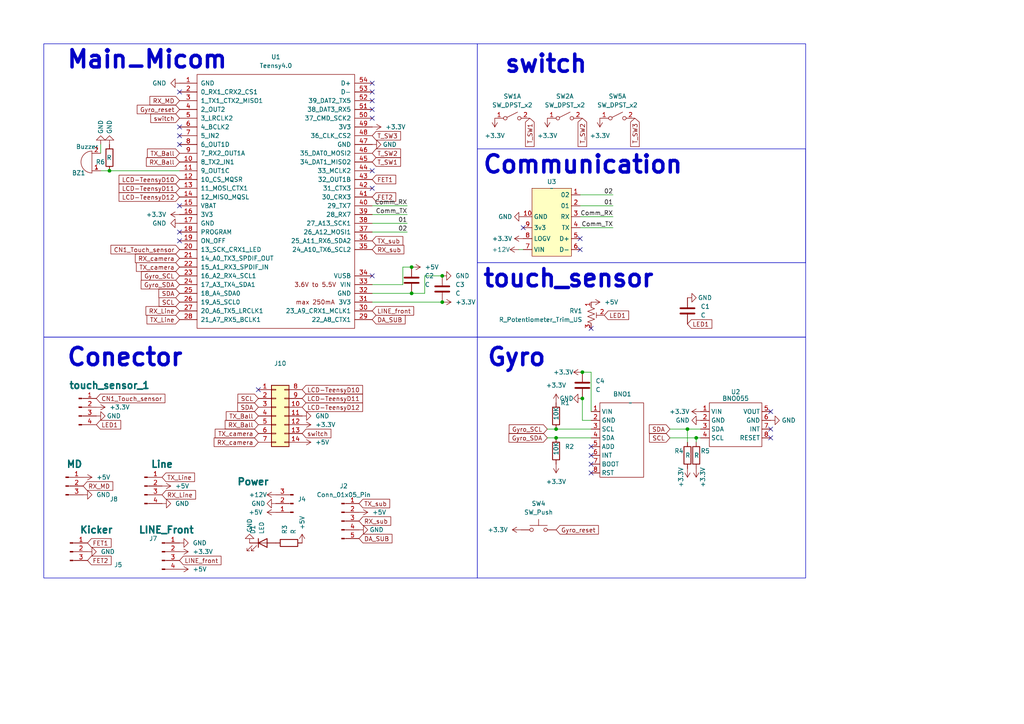
<source format=kicad_sch>
(kicad_sch (version 20230121) (generator eeschema)
  (paper "A4")
  (lib_symbols
    (symbol "BNO055 new:BNO055"
      (property "Reference" "U" (at 0 0 0))
      (property "Value" "BNO055" (at 0 2.54 0))
      (symbol "BNO055_0_1"
        (rectangle (start -7.62 -2.54) (end 7.62 -15.24))
      )
      (symbol "BNO055_1_1"
        (pin input line (at -10.16 -5.08 0) (length 2.54) (name "VIN") (number "1"))
        (pin input line (at -10.16 -7.62 0) (length 2.54) (name "GND") (number "2"))
        (pin input line (at -10.16 -10.16 0) (length 2.54) (name "SDA") (number "3"))
        (pin input line (at -10.16 -12.7 0) (length 2.54) (name "SCL") (number "4"))
        (pin input line (at 10.16 -5.08 180) (length 2.54) (name "VOUT") (number "5"))
        (pin input line (at 10.16 -7.62 180) (length 2.54) (name "GND") (number "6"))
        (pin input line (at 10.16 -10.16 180) (length 2.54) (name "INT") (number "7"))
        (pin input line (at 10.16 -12.7 180) (length 2.54) (name "RESET") (number "8"))
      )
    )
    (symbol "BNO055:BNO055"
      (property "Reference" "BNO055" (at -5.08 2.54 0))
      (symbol "BNO055_0_1"
        (rectangle (start -8.89 0) (end 3.81 -21.59))
      )
      (symbol "BNO055_1_1"
        (pin output line (at -11.43 -2.54 0) (length 2.54) (name "VIN") (number "1"))
        (pin output line (at -11.43 -5.08 0) (length 2.54) (name "GND") (number "2"))
        (pin output line (at -11.43 -7.62 0) (length 2.54) (name "SCL") (number "3"))
        (pin output line (at -11.43 -10.16 0) (length 2.54) (name "SDA") (number "4"))
        (pin output line (at -11.43 -12.7 0) (length 2.54) (name "ADD") (number "5"))
        (pin output line (at -11.43 -15.24 0) (length 2.54) (name "INT") (number "6"))
        (pin output line (at -11.43 -17.78 0) (length 2.54) (name "BOOT") (number "7"))
        (pin output line (at -11.43 -20.32 0) (length 2.54) (name "RST") (number "8"))
      )
    )
    (symbol "Connector:Conn_01x03_Pin" (pin_names (offset 1.016) hide)
      (property "Reference" "J" (at 0 5.08 0))
      (property "Value" "Conn_01x03_Pin" (at 0 -5.08 0))
      (symbol "Conn_01x03_Pin_1_1"
        (polyline (pts (xy 1.27 -2.54) (xy 0.8636 -2.54)) (stroke (width 0.1524)))
        (polyline (pts (xy 1.27 0) (xy 0.8636 0)) (stroke (width 0.1524)))
        (polyline (pts (xy 1.27 2.54) (xy 0.8636 2.54)) (stroke (width 0.1524)))
        (rectangle (start 0.8636 -2.413) (end 0 -2.667) (stroke (width 0.1524)) (fill (type outline)))
        (rectangle (start 0.8636 0.127) (end 0 -0.127) (stroke (width 0.1524)) (fill (type outline)))
        (rectangle (start 0.8636 2.667) (end 0 2.413) (stroke (width 0.1524)) (fill (type outline)))
        (pin passive line (at 5.08 2.54 180) (length 3.81) (name "Pin_1") (number "1"))
        (pin passive line (at 5.08 0 180) (length 3.81) (name "Pin_2") (number "2"))
        (pin passive line (at 5.08 -2.54 180) (length 3.81) (name "Pin_3") (number "3"))
      )
    )
    (symbol "Connector:Conn_01x04_Pin" (pin_names (offset 1.016) hide)
      (property "Reference" "J" (at 0 5.08 0))
      (property "Value" "Conn_01x04_Pin" (at 0 -7.62 0))
      (symbol "Conn_01x04_Pin_1_1"
        (polyline (pts (xy 1.27 -5.08) (xy 0.8636 -5.08)) (stroke (width 0.1524)))
        (polyline (pts (xy 1.27 -2.54) (xy 0.8636 -2.54)) (stroke (width 0.1524)))
        (polyline (pts (xy 1.27 0) (xy 0.8636 0)) (stroke (width 0.1524)))
        (polyline (pts (xy 1.27 2.54) (xy 0.8636 2.54)) (stroke (width 0.1524)))
        (rectangle (start 0.8636 -4.953) (end 0 -5.207) (stroke (width 0.1524)) (fill (type outline)))
        (rectangle (start 0.8636 -2.413) (end 0 -2.667) (stroke (width 0.1524)) (fill (type outline)))
        (rectangle (start 0.8636 0.127) (end 0 -0.127) (stroke (width 0.1524)) (fill (type outline)))
        (rectangle (start 0.8636 2.667) (end 0 2.413) (stroke (width 0.1524)) (fill (type outline)))
        (pin passive line (at 5.08 2.54 180) (length 3.81) (name "Pin_1") (number "1"))
        (pin passive line (at 5.08 0 180) (length 3.81) (name "Pin_2") (number "2"))
        (pin passive line (at 5.08 -2.54 180) (length 3.81) (name "Pin_3") (number "3"))
        (pin passive line (at 5.08 -5.08 180) (length 3.81) (name "Pin_4") (number "4"))
      )
    )
    (symbol "Connector:Conn_01x05_Pin" (pin_names (offset 1.016) hide)
      (property "Reference" "J" (at 0 7.62 0))
      (property "Value" "Conn_01x05_Pin" (at 0 -7.62 0))
      (symbol "Conn_01x05_Pin_1_1"
        (polyline (pts (xy 1.27 -5.08) (xy 0.8636 -5.08)) (stroke (width 0.1524)))
        (polyline (pts (xy 1.27 -2.54) (xy 0.8636 -2.54)) (stroke (width 0.1524)))
        (polyline (pts (xy 1.27 0) (xy 0.8636 0)) (stroke (width 0.1524)))
        (polyline (pts (xy 1.27 2.54) (xy 0.8636 2.54)) (stroke (width 0.1524)))
        (polyline (pts (xy 1.27 5.08) (xy 0.8636 5.08)) (stroke (width 0.1524)))
        (rectangle (start 0.8636 -4.953) (end 0 -5.207) (stroke (width 0.1524)) (fill (type outline)))
        (rectangle (start 0.8636 -2.413) (end 0 -2.667) (stroke (width 0.1524)) (fill (type outline)))
        (rectangle (start 0.8636 0.127) (end 0 -0.127) (stroke (width 0.1524)) (fill (type outline)))
        (rectangle (start 0.8636 2.667) (end 0 2.413) (stroke (width 0.1524)) (fill (type outline)))
        (rectangle (start 0.8636 5.207) (end 0 4.953) (stroke (width 0.1524)) (fill (type outline)))
        (pin passive line (at 5.08 5.08 180) (length 3.81) (name "Pin_1") (number "1"))
        (pin passive line (at 5.08 2.54 180) (length 3.81) (name "Pin_2") (number "2"))
        (pin passive line (at 5.08 0 180) (length 3.81) (name "Pin_3") (number "3"))
        (pin passive line (at 5.08 -2.54 180) (length 3.81) (name "Pin_4") (number "4"))
        (pin passive line (at 5.08 -5.08 180) (length 3.81) (name "Pin_5") (number "5"))
      )
    )
    (symbol "Connector_Generic:Conn_02x07_Top_Bottom" (pin_names (offset 1.016) hide)
      (property "Reference" "J" (at 1.27 10.16 0))
      (property "Value" "Conn_02x07_Top_Bottom" (at 1.27 -10.16 0))
      (symbol "Conn_02x07_Top_Bottom_1_1"
        (rectangle (start -1.27 -7.493) (end 0 -7.747) (stroke (width 0.1524)))
        (rectangle (start -1.27 -4.953) (end 0 -5.207) (stroke (width 0.1524)))
        (rectangle (start -1.27 -2.413) (end 0 -2.667) (stroke (width 0.1524)))
        (rectangle (start -1.27 0.127) (end 0 -0.127) (stroke (width 0.1524)))
        (rectangle (start -1.27 2.667) (end 0 2.413) (stroke (width 0.1524)))
        (rectangle (start -1.27 5.207) (end 0 4.953) (stroke (width 0.1524)))
        (rectangle (start -1.27 7.747) (end 0 7.493) (stroke (width 0.1524)))
        (rectangle (start -1.27 8.89) (end 3.81 -8.89) (stroke (width 0.254)) (fill (type background)))
        (rectangle (start 3.81 -7.493) (end 2.54 -7.747) (stroke (width 0.1524)))
        (rectangle (start 3.81 -4.953) (end 2.54 -5.207) (stroke (width 0.1524)))
        (rectangle (start 3.81 -2.413) (end 2.54 -2.667) (stroke (width 0.1524)))
        (rectangle (start 3.81 0.127) (end 2.54 -0.127) (stroke (width 0.1524)))
        (rectangle (start 3.81 2.667) (end 2.54 2.413) (stroke (width 0.1524)))
        (rectangle (start 3.81 5.207) (end 2.54 4.953) (stroke (width 0.1524)))
        (rectangle (start 3.81 7.747) (end 2.54 7.493) (stroke (width 0.1524)))
        (pin passive line (at -5.08 7.62 0) (length 3.81) (name "Pin_1") (number "1"))
        (pin passive line (at 7.62 2.54 180) (length 3.81) (name "Pin_10") (number "10"))
        (pin passive line (at 7.62 0 180) (length 3.81) (name "Pin_11") (number "11"))
        (pin passive line (at 7.62 -2.54 180) (length 3.81) (name "Pin_12") (number "12"))
        (pin passive line (at 7.62 -5.08 180) (length 3.81) (name "Pin_13") (number "13"))
        (pin passive line (at 7.62 -7.62 180) (length 3.81) (name "Pin_14") (number "14"))
        (pin passive line (at -5.08 5.08 0) (length 3.81) (name "Pin_2") (number "2"))
        (pin passive line (at -5.08 2.54 0) (length 3.81) (name "Pin_3") (number "3"))
        (pin passive line (at -5.08 0 0) (length 3.81) (name "Pin_4") (number "4"))
        (pin passive line (at -5.08 -2.54 0) (length 3.81) (name "Pin_5") (number "5"))
        (pin passive line (at -5.08 -5.08 0) (length 3.81) (name "Pin_6") (number "6"))
        (pin passive line (at -5.08 -7.62 0) (length 3.81) (name "Pin_7") (number "7"))
        (pin passive line (at 7.62 7.62 180) (length 3.81) (name "Pin_8") (number "8"))
        (pin passive line (at 7.62 5.08 180) (length 3.81) (name "Pin_9") (number "9"))
      )
    )
    (symbol "Device:Buzzer" (pin_names (offset 0.0254) hide)
      (property "Reference" "BZ" (at 3.81 1.27 0))
      (property "Value" "Buzzer" (at 3.81 -1.27 0))
      (symbol "Buzzer_0_1"
        (arc (start 0 -3.175) (mid 3.1612 0) (end 0 3.175))
        (polyline (pts (xy -1.651 1.905) (xy -1.143 1.905)))
        (polyline (pts (xy -1.397 2.159) (xy -1.397 1.651)))
        (polyline (pts (xy 0 3.175) (xy 0 -3.175)))
      )
      (symbol "Buzzer_1_1"
        (pin passive line (at -2.54 2.54 0) (length 2.54) (name "-") (number "1"))
        (pin passive line (at -2.54 -2.54 0) (length 2.54) (name "+") (number "2"))
      )
    )
    (symbol "Device:C" (pin_numbers hide) (pin_names (offset 0.254))
      (property "Reference" "C" (at 0.635 2.54 0))
      (property "Value" "C" (at 0.635 -2.54 0))
      (symbol "C_0_1"
        (polyline (pts (xy -2.032 -0.762) (xy 2.032 -0.762)) (stroke (width 0.508)))
        (polyline (pts (xy -2.032 0.762) (xy 2.032 0.762)) (stroke (width 0.508)))
      )
      (symbol "C_1_1"
        (pin passive line (at 0 3.81 270) (length 2.794) (name "~") (number "1"))
        (pin passive line (at 0 -3.81 90) (length 2.794) (name "~") (number "2"))
      )
    )
    (symbol "Device:LED" (pin_numbers hide) (pin_names (offset 1.016) hide)
      (property "Reference" "D" (at 0 2.54 0))
      (property "Value" "LED" (at 0 -2.54 0))
      (symbol "LED_0_1"
        (polyline (pts (xy -1.27 -1.27) (xy -1.27 1.27)) (stroke (width 0.254)))
        (polyline (pts (xy -1.27 0) (xy 1.27 0)))
        (polyline (pts (xy 1.27 -1.27) (xy 1.27 1.27) (xy -1.27 0) (xy 1.27 -1.27)) (stroke (width 0.254)))
        (polyline (pts (xy -3.048 -0.762) (xy -4.572 -2.286) (xy -3.81 -2.286) (xy -4.572 -2.286) (xy -4.572 -1.524)))
        (polyline (pts (xy -1.778 -0.762) (xy -3.302 -2.286) (xy -2.54 -2.286) (xy -3.302 -2.286) (xy -3.302 -1.524)))
      )
      (symbol "LED_1_1"
        (pin passive line (at -3.81 0 0) (length 2.54) (name "K") (number "1"))
        (pin passive line (at 3.81 0 180) (length 2.54) (name "A") (number "2"))
      )
    )
    (symbol "Device:R" (pin_numbers hide) (pin_names (offset 0))
      (property "Reference" "R" (at 2.032 0 90))
      (property "Value" "R" (at 0 0 90))
      (symbol "R_0_1"
        (rectangle (start -1.016 -2.54) (end 1.016 2.54) (stroke (width 0.254)))
      )
      (symbol "R_1_1"
        (pin passive line (at 0 3.81 270) (length 1.27) (name "~") (number "1"))
        (pin passive line (at 0 -3.81 90) (length 1.27) (name "~") (number "2"))
      )
    )
    (symbol "Device:R_Potentiometer_Trim_US" (pin_names (offset 1.016) hide)
      (property "Reference" "RV" (at -4.445 0 90))
      (property "Value" "R_Potentiometer_Trim_US" (at -2.54 0 90))
      (symbol "R_Potentiometer_Trim_US_0_1"
        (polyline (pts (xy 0 -2.286) (xy 0 -2.54)))
        (polyline (pts (xy 0 2.286) (xy 0 2.54)))
        (polyline (pts (xy 1.524 0.762) (xy 1.524 -0.762)))
        (polyline (pts (xy 2.54 0) (xy 1.524 0)))
        (polyline (pts (xy 0 -0.762) (xy 1.016 -1.143) (xy 0 -1.524) (xy -1.016 -1.905) (xy 0 -2.286)))
        (polyline (pts (xy 0 0.762) (xy 1.016 0.381) (xy 0 0) (xy -1.016 -0.381) (xy 0 -0.762)))
        (polyline (pts (xy 0 2.286) (xy 1.016 1.905) (xy 0 1.524) (xy -1.016 1.143) (xy 0 0.762)))
      )
      (symbol "R_Potentiometer_Trim_US_1_1"
        (pin passive line (at 0 3.81 270) (length 1.27) (name "1") (number "1"))
        (pin passive line (at 3.81 0 180) (length 1.27) (name "2") (number "2"))
        (pin passive line (at 0 -3.81 90) (length 1.27) (name "3") (number "3"))
      )
    )
    (symbol "Soccer_Communication:comm_module"
      (property "Reference" "U" (at 0 1.27 0))
      (symbol "comm_module_1_1"
        (rectangle (start -5.715 0) (end 5.715 -19.685) (fill (type background)))
        (pin input line (at 8.255 -1.905 180) (length 2.54) (name "02") (number "1"))
        (pin input line (at -8.255 -8.255 0) (length 2.54) (name "GND") (number "10"))
        (pin input line (at 8.255 -5.08 180) (length 2.54) (name "01") (number "2"))
        (pin input line (at 8.255 -8.255 180) (length 2.54) (name "RX") (number "3"))
        (pin input line (at 8.255 -11.43 180) (length 2.54) (name "TX") (number "4"))
        (pin input line (at 8.255 -14.605 180) (length 2.54) (name "D+") (number "5"))
        (pin input line (at 8.255 -17.78 180) (length 2.54) (name "D-") (number "6"))
        (pin input line (at -8.255 -17.78 0) (length 2.54) (name "VIN") (number "7"))
        (pin input line (at -8.255 -14.605 0) (length 2.54) (name "LOGV") (number "8"))
        (pin input line (at -8.255 -11.43 0) (length 2.54) (name "3v3") (number "9"))
      )
    )
    (symbol "Switch:SW_DPST_x2" (pin_names (offset 0) hide)
      (property "Reference" "SW" (at 0 3.175 0))
      (property "Value" "SW_DPST_x2" (at 0 -2.54 0))
      (symbol "SW_DPST_x2_0_0"
        (circle (center -2.032 0) (radius 0.508))
        (polyline (pts (xy -1.524 0.254) (xy 1.524 1.778)))
        (circle (center 2.032 0) (radius 0.508))
      )
      (symbol "SW_DPST_x2_1_1"
        (pin passive line (at -5.08 0 0) (length 2.54) (name "A") (number "1"))
        (pin passive line (at 5.08 0 180) (length 2.54) (name "B") (number "2"))
      )
      (symbol "SW_DPST_x2_2_1"
        (pin passive line (at -5.08 0 0) (length 2.54) (name "A") (number "3"))
        (pin passive line (at 5.08 0 180) (length 2.54) (name "B") (number "4"))
      )
    )
    (symbol "Switch:SW_Push" (pin_numbers hide) (pin_names (offset 1.016) hide)
      (property "Reference" "SW" (at 1.27 2.54 0))
      (property "Value" "SW_Push" (at 0 -1.524 0))
      (symbol "SW_Push_0_1"
        (circle (center -2.032 0) (radius 0.508))
        (polyline (pts (xy 0 1.27) (xy 0 3.048)))
        (polyline (pts (xy 2.54 1.27) (xy -2.54 1.27)))
        (circle (center 2.032 0) (radius 0.508))
        (pin passive line (at -5.08 0 0) (length 2.54) (name "1") (number "1"))
        (pin passive line (at 5.08 0 180) (length 2.54) (name "2") (number "2"))
      )
    )
    (symbol "power:+12V" (power) (pin_names (offset 0))
      (property "Value" "+12V" (at 0 3.556 0))
      (symbol "+12V_0_1"
        (polyline (pts (xy -0.762 1.27) (xy 0 2.54)))
        (polyline (pts (xy 0 0) (xy 0 2.54)))
        (polyline (pts (xy 0 2.54) (xy 0.762 1.27)))
      )
      (symbol "+12V_1_1"
        (pin power_in line (at 0 0 90) (length 0) hide (name "+12V") (number "1"))
      )
    )
    (symbol "power:+3.3V" (power) (pin_names (offset 0))
      (property "Value" "+3.3V" (at 0 3.556 0))
      (symbol "+3.3V_0_1"
        (polyline (pts (xy -0.762 1.27) (xy 0 2.54)))
        (polyline (pts (xy 0 0) (xy 0 2.54)))
        (polyline (pts (xy 0 2.54) (xy 0.762 1.27)))
      )
      (symbol "+3.3V_1_1"
        (pin power_in line (at 0 0 90) (length 0) hide (name "+3.3V") (number "1"))
      )
    )
    (symbol "power:+5V" (power) (pin_names (offset 0))
      (property "Value" "+5V" (at 0 3.556 0))
      (symbol "+5V_0_1"
        (polyline (pts (xy -0.762 1.27) (xy 0 2.54)))
        (polyline (pts (xy 0 0) (xy 0 2.54)))
        (polyline (pts (xy 0 2.54) (xy 0.762 1.27)))
      )
      (symbol "+5V_1_1"
        (pin power_in line (at 0 0 90) (length 0) hide (name "+5V") (number "1"))
      )
    )
    (symbol "power:GND" (power) (pin_names (offset 0))
      (property "Value" "GND" (at 0 -3.81 0))
      (symbol "GND_0_1"
        (polyline (pts (xy 0 0) (xy 0 -1.27) (xy 1.27 -1.27) (xy 0 -2.54) (xy -1.27 -1.27) (xy 0 -1.27)))
      )
      (symbol "GND_1_1"
        (pin power_in line (at 0 0 270) (length 0) hide (name "GND") (number "1"))
      )
    )
    (symbol "teensy:Teensy4.0" (pin_names (offset 1.016))
      (property "Reference" "U" (at 0 39.37 0))
      (property "Value" "Teensy4.0" (at 0 -39.37 0))
      (symbol "Teensy4.0_0_0"
        (text "3.6V to 5.5V" (at 11.43 -24.13 0) (effects (font (size 1.27 1.27))))
        (text "max 250mA" (at 11.43 -29.21 0) (effects (font (size 1.27 1.27))))
        (pin bidirectional line (at -27.94 11.43 0) (length 5.08) (name "8_TX2_IN1") (number "10"))
        (pin bidirectional line (at -27.94 8.89 0) (length 5.08) (name "9_OUT1C") (number "11"))
        (pin bidirectional line (at -27.94 6.35 0) (length 5.08) (name "10_CS_MQSR") (number "12"))
        (pin bidirectional line (at -27.94 3.81 0) (length 5.08) (name "11_MOSI_CTX1") (number "13"))
        (pin bidirectional line (at -27.94 1.27 0) (length 5.08) (name "12_MISO_MQSL") (number "14"))
        (pin power_in line (at -27.94 -1.27 0) (length 5.08) (name "VBAT") (number "15"))
        (pin power_in line (at -27.94 -3.81 0) (length 5.08) (name "3V3") (number "16"))
        (pin power_in line (at -27.94 -6.35 0) (length 5.08) (name "GND") (number "17"))
        (pin input line (at -27.94 -8.89 0) (length 5.08) (name "PROGRAM") (number "18"))
        (pin input line (at -27.94 -11.43 0) (length 5.08) (name "ON_OFF") (number "19"))
        (pin bidirectional line (at -27.94 -13.97 0) (length 5.08) (name "13_SCK_CRX1_LED") (number "20"))
        (pin bidirectional line (at -27.94 -16.51 0) (length 5.08) (name "14_A0_TX3_SPDIF_OUT") (number "21"))
        (pin bidirectional line (at -27.94 -19.05 0) (length 5.08) (name "15_A1_RX3_SPDIF_IN") (number "22"))
        (pin bidirectional line (at -27.94 -21.59 0) (length 5.08) (name "16_A2_RX4_SCL1") (number "23"))
        (pin bidirectional line (at -27.94 -24.13 0) (length 5.08) (name "17_A3_TX4_SDA1") (number "24"))
        (pin bidirectional line (at -27.94 -26.67 0) (length 5.08) (name "18_A4_SDA0") (number "25"))
        (pin bidirectional line (at -27.94 -29.21 0) (length 5.08) (name "19_A5_SCL0") (number "26"))
        (pin bidirectional line (at -27.94 -31.75 0) (length 5.08) (name "20_A6_TX5_LRCLK1") (number "27"))
        (pin bidirectional line (at -27.94 -34.29 0) (length 5.08) (name "21_A7_RX5_BCLK1") (number "28"))
        (pin bidirectional line (at 27.94 -34.29 180) (length 5.08) (name "22_A8_CTX1") (number "29"))
        (pin bidirectional line (at 27.94 -31.75 180) (length 5.08) (name "23_A9_CRX1_MCLK1") (number "30"))
        (pin power_out line (at 27.94 -29.21 180) (length 5.08) (name "3V3") (number "31"))
        (pin power_in line (at 27.94 -26.67 180) (length 5.08) (name "GND") (number "32"))
        (pin power_in line (at 27.94 -24.13 180) (length 5.08) (name "VIN") (number "33"))
        (pin power_out line (at 27.94 -21.59 180) (length 5.08) (name "VUSB") (number "34"))
        (pin bidirectional line (at 27.94 -13.97 180) (length 5.08) (name "24_A10_TX6_SCL2") (number "35"))
        (pin bidirectional line (at 27.94 -11.43 180) (length 5.08) (name "25_A11_RX6_SDA2") (number "36"))
        (pin bidirectional line (at 27.94 -8.89 180) (length 5.08) (name "26_A12_MOSI1") (number "37"))
        (pin bidirectional line (at 27.94 -6.35 180) (length 5.08) (name "27_A13_SCK1") (number "38"))
        (pin bidirectional line (at 27.94 -3.81 180) (length 5.08) (name "28_RX7") (number "39"))
        (pin bidirectional line (at 27.94 -1.27 180) (length 5.08) (name "29_TX7") (number "40"))
        (pin bidirectional line (at 27.94 1.27 180) (length 5.08) (name "30_CRX3") (number "41"))
        (pin bidirectional line (at 27.94 3.81 180) (length 5.08) (name "31_CTX3") (number "42"))
        (pin bidirectional line (at 27.94 6.35 180) (length 5.08) (name "32_OUT1B") (number "43"))
        (pin bidirectional line (at 27.94 8.89 180) (length 5.08) (name "33_MCLK2") (number "44"))
        (pin bidirectional line (at 27.94 11.43 180) (length 5.08) (name "34_DAT1_MISO2") (number "45"))
        (pin bidirectional line (at 27.94 13.97 180) (length 5.08) (name "35_DAT0_MOSI2") (number "46"))
        (pin power_out line (at 27.94 16.51 180) (length 5.08) (name "GND") (number "47"))
        (pin bidirectional line (at 27.94 19.05 180) (length 5.08) (name "36_CLK_CS2") (number "48"))
        (pin power_out line (at 27.94 21.59 180) (length 5.08) (name "3V3") (number "49"))
        (pin bidirectional line (at -27.94 24.13 0) (length 5.08) (name "3_LRCLK2") (number "5"))
        (pin bidirectional line (at 27.94 24.13 180) (length 5.08) (name "37_CMD_SCK2") (number "50"))
        (pin bidirectional line (at 27.94 26.67 180) (length 5.08) (name "38_DAT3_RX5") (number "51"))
        (pin bidirectional line (at 27.94 29.21 180) (length 5.08) (name "39_DAT2_TX5") (number "52"))
        (pin bidirectional line (at 27.94 31.75 180) (length 5.08) (name "D-") (number "53"))
        (pin bidirectional line (at 27.94 34.29 180) (length 5.08) (name "D+") (number "54"))
        (pin bidirectional line (at -27.94 21.59 0) (length 5.08) (name "4_BCLK2") (number "6"))
        (pin bidirectional line (at -27.94 19.05 0) (length 5.08) (name "5_IN2") (number "7"))
        (pin bidirectional line (at -27.94 16.51 0) (length 5.08) (name "6_OUT1D") (number "8"))
        (pin bidirectional line (at -27.94 13.97 0) (length 5.08) (name "7_RX2_OUT1A") (number "9"))
      )
      (symbol "Teensy4.0_0_1"
        (rectangle (start -22.86 36.83) (end 22.86 -36.83))
        (rectangle (start -20.32 -31.75) (end -20.32 -31.75))
      )
      (symbol "Teensy4.0_1_1"
        (pin power_in line (at -27.94 34.29 0) (length 5.08) (name "GND") (number "1"))
        (pin bidirectional line (at -27.94 31.75 0) (length 5.08) (name "0_RX1_CRX2_CS1") (number "2"))
        (pin bidirectional line (at -27.94 29.21 0) (length 5.08) (name "1_TX1_CTX2_MISO1") (number "3"))
        (pin bidirectional line (at -27.94 26.67 0) (length 5.08) (name "2_OUT2") (number "4"))
      )
    )
  )
  (junction (at 161.29 127))
  (junction (at 168.91 115.57))
  (junction (at 31.75 49.53))
  (junction (at 201.93 127))
  (junction (at 119.38 85.09))
  (junction (at 128.27 80.01))
  (junction (at 119.38 77.47))
  (junction (at 161.29 124.46))
  (junction (at 128.27 87.63))
  (junction (at 199.39 124.46))
  (junction (at 168.91 107.95))
  (no_connect (at 52.07 67.31))
  (no_connect (at 52.07 69.85))
  (no_connect (at 168.275 69.215))
  (no_connect (at 107.95 29.21))
  (no_connect (at 52.07 26.67))
  (no_connect (at 171.45 134.62))
  (no_connect (at 171.45 129.54))
  (no_connect (at 107.95 54.61))
  (no_connect (at 52.07 39.37))
  (no_connect (at 52.07 41.91))
  (no_connect (at 223.52 127))
  (no_connect (at 107.95 34.29))
  (no_connect (at 171.45 137.16))
  (no_connect (at 171.45 95.25))
  (no_connect (at 52.07 36.83))
  (no_connect (at 107.95 26.67))
  (no_connect (at 168.275 72.39))
  (no_connect (at 151.765 66.04))
  (no_connect (at 107.95 80.01))
  (no_connect (at 223.52 124.46))
  (no_connect (at 223.52 119.38))
  (no_connect (at 74.93 113.03))
  (no_connect (at 52.07 59.69))
  (no_connect (at 107.95 49.53))
  (no_connect (at 171.45 132.08))
  (no_connect (at 107.95 31.75))
  (no_connect (at 107.95 24.13))
  (wire (pts (xy 171.45 107.95) (xy 168.91 107.95)))
  (wire (pts (xy 150.495 72.39) (xy 151.765 72.39)))
  (wire (pts (xy 128.27 80.01) (xy 123.19 80.01)))
  (wire (pts (xy 123.19 80.01) (xy 123.19 85.09)))
  (wire (pts (xy 158.75 127) (xy 161.29 127)))
  (wire (pts (xy 168.91 115.57) (xy 168.91 121.92)))
  (wire (pts (xy 116.84 77.47) (xy 116.84 82.55)))
  (wire (pts (xy 118.11 62.23) (xy 107.95 62.23)))
  (wire (pts (xy 118.11 67.31) (xy 107.95 67.31)))
  (wire (pts (xy 201.93 127) (xy 203.2 127)))
  (wire (pts (xy 177.8 59.69) (xy 168.275 59.69)))
  (wire (pts (xy 168.91 121.92) (xy 171.45 121.92)))
  (wire (pts (xy 161.29 127) (xy 171.45 127)))
  (wire (pts (xy 116.84 82.55) (xy 107.95 82.55)))
  (wire (pts (xy 194.31 127) (xy 201.93 127)))
  (wire (pts (xy 199.39 124.46) (xy 203.2 124.46)))
  (wire (pts (xy 31.75 49.53) (xy 52.07 49.53)))
  (wire (pts (xy 177.8 66.04) (xy 168.275 66.04)))
  (wire (pts (xy 119.38 77.47) (xy 116.84 77.47)))
  (wire (pts (xy 201.93 127) (xy 201.93 128.27)))
  (wire (pts (xy 118.11 59.69) (xy 107.95 59.69)))
  (wire (pts (xy 158.75 124.46) (xy 161.29 124.46)))
  (wire (pts (xy 123.19 85.09) (xy 119.38 85.09)))
  (wire (pts (xy 128.27 87.63) (xy 107.95 87.63)))
  (wire (pts (xy 118.11 64.77) (xy 107.95 64.77)))
  (wire (pts (xy 199.39 124.46) (xy 199.39 128.27)))
  (wire (pts (xy 171.45 107.95) (xy 171.45 119.38)))
  (wire (pts (xy 31.75 49.53) (xy 29.21 49.53)))
  (wire (pts (xy 119.38 85.09) (xy 107.95 85.09)))
  (wire (pts (xy 161.29 124.46) (xy 171.45 124.46)))
  (wire (pts (xy 177.8 56.515) (xy 168.275 56.515)))
  (wire (pts (xy 177.8 62.865) (xy 168.275 62.865)))
  (wire (pts (xy 29.21 44.45) (xy 29.21 41.91)))
  (wire (pts (xy 194.31 124.46) (xy 199.39 124.46)))
  (rectangle (start 12.7 12.7) (end 138.43 97.79))
  (rectangle (start 138.43 43.18) (end 233.68 76.2))
  (rectangle (start 138.43 76.2) (end 233.68 97.79))
  (rectangle (start 12.7 97.79) (end 138.43 167.64))
  (rectangle (start 138.43 97.79) (end 233.68 167.64))
  (rectangle (start 138.43 12.7) (end 233.68 76.2))
  (text "Conector" (at 19.05 106.68 0) (effects (font (size 5 5) (thickness 1) bold) (justify left bottom)))
  (text "Communication\n" (at 139.7 50.8 0) (effects (font (size 5 5) (thickness 1) bold) (justify left bottom)))
  (text "touch_sensor\n" (at 139.7 83.82 0) (effects (font (size 5 5) (thickness 1) bold) (justify left bottom)))
  (text "Main＿Micom" (at 19.05 20.32 0) (effects (font (size 5 5) (thickness 1) bold) (justify left bottom)))
  (text "Gyro" (at 140.97 106.68 0) (effects (font (size 5 5) bold) (justify left bottom)))
  (text "switch\n" (at 146.05 21.59 0) (effects (font (size 5 5) (thickness 1) bold) (justify left bottom)))
  (label "Comm_TX" (at 118.11 62.23 180))
  (label "01" (at 118.11 64.77 180))
  (label "01" (at 177.8 59.69 180))
  (label "Comm_TX" (at 177.8 66.04 180))
  (label "Comm_RX" (at 177.8 62.865 180))
  (label "Comm_RX" (at 118.11 59.69 180))
  (label "02" (at 118.11 67.31 180))
  (label "02" (at 177.8 56.515 180))
  (global_label "RX_MD" (shape input) (at 24.13 140.97 0) (property "Intersheetrefs" "${INTERSHEET_REFS}" (effects hide)))
  (global_label "TX_Line" (shape input) (at 46.99 138.43 0) (property "Intersheetrefs" "${INTERSHEET_REFS}" (effects hide)))
  (global_label "LINE_front" (shape input) (at 107.95 90.17 0) (property "Intersheetrefs" "${INTERSHEET_REFS}" (effects hide)))
  (global_label "RX_Line" (shape input) (at 46.99 143.51 0) (property "Intersheetrefs" "${INTERSHEET_REFS}" (effects hide)))
  (global_label "DA_SUB" (shape input) (at 107.95 92.71 0) (property "Intersheetrefs" "${INTERSHEET_REFS}" (effects hide)))
  (global_label "CN1_Touch_sensor" (shape input) (at 52.07 72.39 180) (property "Intersheetrefs" "${INTERSHEET_REFS}" (effects hide)))
  (global_label "RX_Ball" (shape input) (at 52.07 46.99 180) (property "Intersheetrefs" "${INTERSHEET_REFS}" (effects hide)))
  (global_label "LCD-TeensyD12" (shape input) (at 52.07 57.15 180) (property "Intersheetrefs" "${INTERSHEET_REFS}" (effects hide)))
  (global_label "TX_camera" (shape input) (at 52.07 77.47 180) (property "Intersheetrefs" "${INTERSHEET_REFS}" (effects hide)))
  (global_label "Gyro_reset" (shape input) (at 52.07 31.75 180) (property "Intersheetrefs" "${INTERSHEET_REFS}" (effects hide)))
  (global_label "DA_SUB" (shape input) (at 104.14 156.21 0) (property "Intersheetrefs" "${INTERSHEET_REFS}" (effects hide)))
  (global_label "LINE_front" (shape input) (at 52.07 162.56 0) (property "Intersheetrefs" "${INTERSHEET_REFS}" (effects hide)))
  (global_label "LCD-TeensyD10" (shape input) (at 52.07 52.07 180) (property "Intersheetrefs" "${INTERSHEET_REFS}" (effects hide)))
  (global_label "SCL" (shape input) (at 74.93 115.57 180) (property "Intersheetrefs" "${INTERSHEET_REFS}" (effects hide)))
  (global_label "RX_Line" (shape input) (at 52.07 90.17 180) (property "Intersheetrefs" "${INTERSHEET_REFS}" (effects hide)))
  (global_label "switch" (shape input) (at 52.07 34.29 180) (property "Intersheetrefs" "${INTERSHEET_REFS}" (effects hide)))
  (global_label "SCL" (shape input) (at 52.07 87.63 180) (property "Intersheetrefs" "${INTERSHEET_REFS}" (effects hide)))
  (global_label "RX_camera" (shape input) (at 74.93 128.27 180) (property "Intersheetrefs" "${INTERSHEET_REFS}" (effects hide)))
  (global_label "SDA" (shape input) (at 194.31 124.46 180) (property "Intersheetrefs" "${INTERSHEET_REFS}" (effects hide)))
  (global_label "RX_Ball" (shape input) (at 74.93 123.19 180) (property "Intersheetrefs" "${INTERSHEET_REFS}" (effects hide)))
  (global_label "LED1" (shape input) (at 199.39 93.98 0) (property "Intersheetrefs" "${INTERSHEET_REFS}" (effects hide)))
  (global_label "T_SW1" (shape input) (at 107.95 46.99 0) (property "Intersheetrefs" "${INTERSHEET_REFS}" (effects hide)))
  (global_label "LED1" (shape input) (at 175.26 91.44 0) (property "Intersheetrefs" "${INTERSHEET_REFS}" (effects hide)))
  (global_label "FET1" (shape input) (at 107.95 52.07 0) (property "Intersheetrefs" "${INTERSHEET_REFS}" (effects hide)))
  (global_label "T_SW3" (shape input) (at 107.95 39.37 0) (property "Intersheetrefs" "${INTERSHEET_REFS}" (effects hide)))
  (global_label "CN1_Touch_sensor" (shape input) (at 27.94 115.57 0) (property "Intersheetrefs" "${INTERSHEET_REFS}" (effects hide)))
  (global_label "LCD-TeensyD11" (shape input) (at 87.63 115.57 0) (property "Intersheetrefs" "${INTERSHEET_REFS}" (effects hide)))
  (global_label "SCL" (shape input) (at 194.31 127 180) (property "Intersheetrefs" "${INTERSHEET_REFS}" (effects hide)))
  (global_label "TX_sub" (shape input) (at 107.95 69.85 0) (property "Intersheetrefs" "${INTERSHEET_REFS}" (effects hide)))
  (global_label "RX_sub" (shape input) (at 107.95 72.39 0) (property "Intersheetrefs" "${INTERSHEET_REFS}" (effects hide)))
  (global_label "Gyro_SCL" (shape input) (at 158.75 124.46 180) (property "Intersheetrefs" "${INTERSHEET_REFS}" (effects hide)))
  (global_label "T_SW2" (shape input) (at 107.95 44.45 0) (property "Intersheetrefs" "${INTERSHEET_REFS}" (effects hide)))
  (global_label "Gyro_reset" (shape input) (at 161.29 153.67 0) (property "Intersheetrefs" "${INTERSHEET_REFS}" (effects hide)))
  (global_label "LCD-TeensyD12" (shape input) (at 87.63 118.11 0) (property "Intersheetrefs" "${INTERSHEET_REFS}" (effects hide)))
  (global_label "T_SW2" (shape input) (at 168.91 34.29 270) (property "Intersheetrefs" "${INTERSHEET_REFS}" (effects hide)))
  (global_label "T_SW1" (shape input) (at 153.67 34.29 270) (property "Intersheetrefs" "${INTERSHEET_REFS}" (effects hide)))
  (global_label "RX_camera" (shape input) (at 52.07 74.93 180) (property "Intersheetrefs" "${INTERSHEET_REFS}" (effects hide)))
  (global_label "RX_MD" (shape input) (at 52.07 29.21 180) (property "Intersheetrefs" "${INTERSHEET_REFS}" (effects hide)))
  (global_label "TX_Ball" (shape input) (at 52.07 44.45 180) (property "Intersheetrefs" "${INTERSHEET_REFS}" (effects hide)))
  (global_label "Gyro_SDA" (shape input) (at 158.75 127 180) (property "Intersheetrefs" "${INTERSHEET_REFS}" (effects hide)))
  (global_label "SDA" (shape input) (at 52.07 85.09 180) (property "Intersheetrefs" "${INTERSHEET_REFS}" (effects hide)))
  (global_label "TX_sub" (shape input) (at 104.14 146.05 0) (property "Intersheetrefs" "${INTERSHEET_REFS}" (effects hide)))
  (global_label "Gyro_SDA" (shape input) (at 52.07 82.55 180) (property "Intersheetrefs" "${INTERSHEET_REFS}" (effects hide)))
  (global_label "RX_sub" (shape input) (at 104.14 151.13 0) (property "Intersheetrefs" "${INTERSHEET_REFS}" (effects hide)))
  (global_label "LCD-TeensyD11" (shape input) (at 52.07 54.61 180) (property "Intersheetrefs" "${INTERSHEET_REFS}" (effects hide)))
  (global_label "TX_camera" (shape input) (at 74.93 125.73 180) (property "Intersheetrefs" "${INTERSHEET_REFS}" (effects hide)))
  (global_label "TX_Ball" (shape input) (at 74.93 120.65 180) (property "Intersheetrefs" "${INTERSHEET_REFS}" (effects hide)))
  (global_label "T_SW3" (shape input) (at 184.15 34.29 270) (property "Intersheetrefs" "${INTERSHEET_REFS}" (effects hide)))
  (global_label "FET1" (shape input) (at 25.4 157.48 0) (property "Intersheetrefs" "${INTERSHEET_REFS}" (effects hide)))
  (global_label "switch" (shape input) (at 87.63 125.73 0) (property "Intersheetrefs" "${INTERSHEET_REFS}" (effects hide)))
  (global_label "FET2" (shape input) (at 107.95 57.15 0) (property "Intersheetrefs" "${INTERSHEET_REFS}" (effects hide)))
  (global_label "FET2" (shape input) (at 25.4 162.56 0) (property "Intersheetrefs" "${INTERSHEET_REFS}" (effects hide)))
  (global_label "LCD-TeensyD10" (shape input) (at 87.63 113.03 0) (property "Intersheetrefs" "${INTERSHEET_REFS}" (effects hide)))
  (global_label "SDA" (shape input) (at 74.93 118.11 180) (property "Intersheetrefs" "${INTERSHEET_REFS}" (effects hide)))
  (global_label "Gyro_SCL" (shape input) (at 52.07 80.01 180) (property "Intersheetrefs" "${INTERSHEET_REFS}" (effects hide)))
  (global_label "LED1" (shape input) (at 27.94 123.19 0) (property "Intersheetrefs" "${INTERSHEET_REFS}" (effects hide)))
  (global_label "TX_Line" (shape input) (at 52.07 92.71 180) (property "Intersheetrefs" "${INTERSHEET_REFS}" (effects hide)))
  (symbol (lib_id "BNO055 new:BNO055") (at 213.36 114.3 0) (unit 1)
    (property "Reference" "U2" (at 213.36 113.665 0))
    (property "Value" "BNO055" (at 213.36 115.57 0))
    (property "Footprint" "Package_DIP:DIP-8_W7.62mm_LongPads" (effects hide))
  )
  (symbol (lib_id "Switch:SW_DPST_x2") (at 179.07 34.29 0) (unit 1)
    (property "Reference" "SW5" (at 179.07 27.94 0))
    (property "Value" "SW_DPST_x2" (at 179.07 30.48 0))
    (property "Footprint" "Connector_PinSocket_2.54mm:PinSocket_1x03_P2.54mm_Vertical" (effects hide))
  )
  (symbol (lib_id "Device:LED") (at 76.2 157.48 0) (unit 1)
    (property "Reference" "D1" (at 73.3425 154.94 90) (effects (justify left)))
    (property "Value" "LED" (at 75.8825 154.94 90) (effects (justify left)))
    (property "Footprint" "LED_THT:LED_D3.0mm_Clear" (effects hide))
  )
  (symbol (lib_id "power:+3.3V") (at 161.29 134.62 180) (unit 1)
    (property "Reference" "#PWR031" (effects hide))
    (property "Value" "+3.3V" (at 161.29 139.7 0))
  )
  (symbol (lib_id "Device:R") (at 161.29 120.65 0) (unit 1)
    (property "Reference" "R1" (at 162.56 116.84 0) (effects (justify left)))
    (property "Value" "10K" (at 161.29 121.92 90) (effects (justify left)))
    (property "Footprint" "Resistor_THT:R_Axial_DIN0204_L3.6mm_D1.6mm_P5.08mm_Vertical" (effects hide))
  )
  (symbol (lib_id "power:+3.3V") (at 199.39 135.89 180) (unit 1)
    (property "Reference" "#PWR03" (effects hide))
    (property "Value" "+3.3V" (at 197.485 138.43 90))
  )
  (symbol (lib_id "Switch:SW_DPST_x2") (at 148.59 34.29 0) (unit 1)
    (property "Reference" "SW1" (at 148.59 27.94 0))
    (property "Value" "SW_DPST_x2" (at 148.59 30.48 0))
    (property "Footprint" "Connector_PinSocket_2.54mm:PinSocket_1x03_P2.54mm_Vertical" (effects hide))
  )
  (symbol (lib_id "power:GND") (at 24.13 143.51 90) (unit 1)
    (property "Reference" "#PWR049" (effects hide))
    (property "Value" "GND" (at 27.94 143.51 90) (effects (justify right)))
  )
  (symbol (lib_id "Device:C") (at 128.27 83.82 0) (unit 1)
    (property "Reference" "C3" (at 132.08 82.55 0) (effects (justify left)))
    (property "Value" "C" (at 132.08 85.09 0) (effects (justify left)))
    (property "Footprint" "Capacitor_THT:C_Disc_D5.0mm_W2.5mm_P2.50mm" (effects hide))
  )
  (symbol (lib_id "power:+3.3V") (at 173.99 34.29 180) (unit 1)
    (property "Reference" "#PWR01" (effects hide))
    (property "Value" "+3.3V" (at 173.99 39.37 0))
  )
  (symbol (lib_id "Device:R") (at 83.82 157.48 90) (unit 1)
    (property "Reference" "R3" (at 82.55 154.94 0) (effects (justify left)))
    (property "Value" "R" (at 85.09 154.94 0) (effects (justify left)))
    (property "Footprint" "Resistor_THT:R_Axial_DIN0204_L3.6mm_D1.6mm_P5.08mm_Vertical" (effects hide))
  )
  (symbol (lib_id "Connector:Conn_01x03_Pin") (at 85.09 146.05 180) (unit 1)
    (property "Reference" "J4" (at 86.36 144.78 0) (effects (justify right)))
    (property "Value" "Power" (at 68.58 139.7 0) (effects (font (size 2 2) bold) (justify right)))
    (property "Footprint" "Connector_JST:JST_XH_B3B-XH-A_1x03_P2.50mm_Vertical" (effects hide))
  )
  (symbol (lib_id "Connector:Conn_01x05_Pin") (at 99.06 151.13 0) (unit 1)
    (property "Reference" "J2" (at 99.695 140.97 0))
    (property "Value" "Conn_01x05_Pin" (at 99.695 143.51 0))
    (property "Footprint" "Connector_JST:JST_XH_B5B-XH-A_1x05_P2.50mm_Vertical" (effects hide))
  )
  (symbol (lib_id "power:+3.3V") (at 168.91 107.95 90) (unit 1)
    (property "Reference" "#PWR033" (effects hide))
    (property "Value" "+3.3V" (at 166.37 107.95 90) (effects (justify left)))
  )
  (symbol (lib_id "power:GND") (at 46.99 146.05 90) (unit 1)
    (property "Reference" "#PWR012" (effects hide))
    (property "Value" "GND" (at 50.8 146.05 90) (effects (justify right)))
  )
  (symbol (lib_id "power:+5V") (at 87.63 157.48 0) (unit 1)
    (property "Reference" "#PWR040" (effects hide))
    (property "Value" "+5V" (at 87.63 153.67 90) (effects (justify left)))
  )
  (symbol (lib_id "power:GND") (at 72.39 157.48 180) (unit 1)
    (property "Reference" "#PWR039" (effects hide))
    (property "Value" "GND" (at 72.39 152.4 90))
  )
  (symbol (lib_id "power:+3.3V") (at 161.29 116.84 0) (unit 1)
    (property "Reference" "#PWR030" (effects hide))
    (property "Value" "+3.3V" (at 161.29 111.76 0))
  )
  (symbol (lib_id "power:+5V") (at 46.99 140.97 270) (unit 1)
    (property "Reference" "#PWR011" (effects hide))
    (property "Value" "+5V" (at 50.8 140.97 90) (effects (justify left)))
  )
  (symbol (lib_id "power:+3.3V") (at 52.07 62.23 90) (unit 1)
    (property "Reference" "#PWR016" (effects hide))
    (property "Value" "+3.3V" (at 48.26 62.23 90) (effects (justify left)))
  )
  (symbol (lib_id "Device:C") (at 168.91 111.76 0) (unit 1)
    (property "Reference" "C4" (at 172.72 110.49 0) (effects (justify left)))
    (property "Value" "C" (at 172.72 113.03 0) (effects (justify left)))
    (property "Footprint" "Capacitor_THT:C_Disc_D5.0mm_W2.5mm_P2.50mm" (effects hide))
  )
  (symbol (lib_id "power:GND") (at 223.52 121.92 90) (unit 1)
    (property "Reference" "#PWR018" (effects hide))
    (property "Value" "GND" (at 226.695 121.92 90) (effects (justify right)))
  )
  (symbol (lib_id "power:GND") (at 80.01 146.05 270) (unit 1)
    (property "Reference" "#PWR09" (effects hide))
    (property "Value" "GND" (at 74.93 146.05 90))
  )
  (symbol (lib_id "power:+5V") (at 171.45 87.63 270) (unit 1)
    (property "Reference" "#PWR032" (effects hide))
    (property "Value" "+5V" (at 175.26 87.63 90) (effects (justify left)))
  )
  (symbol (lib_id "power:+3.3V") (at 203.2 119.38 90) (unit 1)
    (property "Reference" "#PWR05" (effects hide))
    (property "Value" "+3.3V" (at 200.025 119.38 90) (effects (justify left)))
  )
  (symbol (lib_id "power:GND") (at 104.14 153.67 90) (unit 1)
    (property "Reference" "#PWR035" (effects hide))
    (property "Value" "GND" (at 109.22 153.67 90))
  )
  (symbol (lib_id "Device:C") (at 119.38 81.28 0) (unit 1)
    (property "Reference" "C2" (at 123.19 80.01 0) (effects (justify left)))
    (property "Value" "C" (at 123.19 82.55 0) (effects (justify left)))
    (property "Footprint" "Capacitor_THT:CP_Radial_D5.0mm_P2.50mm" (effects hide))
  )
  (symbol (lib_id "Connector:Conn_01x04_Pin") (at 22.86 118.11 0) (unit 1)
    (property "Reference" "J3" (effects hide))
    (property "Value" "touch_sensor_1" (at 31.75 111.76 0) (effects (font (size 2 2) bold)))
    (property "Footprint" "Connector_JST:JST_XH_B4B-XH-A_1x04_P2.50mm_Vertical" (effects hide))
  )
  (symbol (lib_id "power:+3.3V") (at 151.765 69.215 90) (unit 1)
    (property "Reference" "#PWR046" (effects hide))
    (property "Value" "+3.3V" (at 148.59 69.215 90) (effects (justify left)))
  )
  (symbol (lib_id "Device:R") (at 199.39 132.08 0) (unit 1)
    (property "Reference" "R4" (at 195.58 130.81 0) (effects (justify left)))
    (property "Value" "R" (at 198.755 132.08 0) (effects (justify left)))
    (property "Footprint" "Resistor_THT:R_Axial_DIN0204_L3.6mm_D1.6mm_P5.08mm_Horizontal" (effects hide))
  )
  (symbol (lib_id "power:+5V") (at 104.14 148.59 270) (unit 1)
    (property "Reference" "#PWR019" (effects hide))
    (property "Value" "+5V" (at 107.95 148.59 90) (effects (justify left)))
  )
  (symbol (lib_id "power:GND") (at 199.39 86.36 90) (unit 1)
    (property "Reference" "#PWR038" (effects hide))
    (property "Value" "GND" (at 204.47 86.36 90))
  )
  (symbol (lib_id "power:+12V") (at 80.01 143.51 90) (unit 1)
    (property "Reference" "#PWR02" (effects hide))
    (property "Value" "+12V" (at 77.47 143.51 90) (effects (justify left)))
  )
  (symbol (lib_id "power:GND") (at 52.07 24.13 270) (unit 1)
    (property "Reference" "#PWR015" (effects hide))
    (property "Value" "GND" (at 48.26 24.13 90) (effects (justify right)))
  )
  (symbol (lib_id "Soccer_Communication:comm_module") (at 160.02 54.61 0) (unit 1)
    (property "Reference" "U3" (at 160.02 52.705 0))
    (property "Value" "~" (at 160.02 54.61 0))
    (property "Footprint" "comm:comm" (effects hide))
  )
  (symbol (lib_id "power:GND") (at 168.91 115.57 270) (unit 1)
    (property "Reference" "#PWR034" (effects hide))
    (property "Value" "GND" (at 166.37 115.57 90) (effects (justify right)))
  )
  (symbol (lib_id "power:+3.3V") (at 151.13 153.67 90) (unit 1)
    (property "Reference" "#PWR036" (effects hide))
    (property "Value" "+3.3V" (at 147.32 153.67 90) (effects (justify left)))
  )
  (symbol (lib_id "power:+5V") (at 80.01 148.59 90) (unit 1)
    (property "Reference" "#PWR047" (effects hide))
    (property "Value" "+5V" (at 76.2 148.59 90) (effects (justify left)))
  )
  (symbol (lib_id "power:+12V") (at 150.495 72.39 90) (unit 1)
    (property "Reference" "#PWR043" (effects hide))
    (property "Value" "+12V" (at 147.955 72.39 90) (effects (justify left)))
  )
  (symbol (lib_id "power:GND") (at 87.63 120.65 90) (unit 1)
    (property "Reference" "#PWR022" (effects hide))
    (property "Value" "GND" (at 91.44 120.65 90) (effects (justify right)))
  )
  (symbol (lib_id "power:GND") (at 128.27 80.01 90) (unit 1)
    (property "Reference" "#PWR026" (effects hide))
    (property "Value" "GND" (at 132.08 80.01 90) (effects (justify right)))
  )
  (symbol (lib_id "Connector:Conn_01x03_Pin") (at 19.05 140.97 0) (unit 1)
    (property "Reference" "J8" (at 33.02 144.78 0))
    (property "Value" "MD" (at 21.59 134.62 0) (effects (font (size 2 2) bold)))
    (property "Footprint" "Connector_JST:JST_XH_B3B-XH-A_1x03_P2.50mm_Vertical" (effects hide))
  )
  (symbol (lib_id "power:+3.3V") (at 107.95 36.83 270) (unit 1)
    (property "Reference" "#PWR021" (effects hide))
    (property "Value" "+3.3V" (at 111.76 36.83 90) (effects (justify left)))
  )
  (symbol (lib_id "Connector_Generic:Conn_02x07_Top_Bottom") (at 80.01 120.65 0) (unit 1)
    (property "Reference" "J10" (at 81.28 105.41 0))
    (property "Value" "ESP32" (effects hide))
    (property "Footprint" "Connector_IDC:IDC-Header_2x07_P2.54mm_Vertical" (effects hide))
  )
  (symbol (lib_id "Connector:Conn_01x03_Pin") (at 20.32 160.02 0) (unit 1)
    (property "Reference" "J5" (at 34.29 163.83 0))
    (property "Value" "Kicker" (at 27.94 153.67 0) (effects (font (size 2 2) bold)))
    (property "Footprint" "Connector_JST:JST_XH_S3B-XH-A_1x03_P2.50mm_Horizontal" (effects hide))
  )
  (symbol (lib_id "Device:Buzzer") (at 26.67 46.99 180) (unit 1)
    (property "Reference" "BZ1" (at 24.765 50.165 0) (effects (justify left)))
    (property "Value" "Buzzer" (at 28.575 42.545 0) (effects (justify left)))
    (property "Footprint" "Buzzer_Beeper:Buzzer_12x9.5RM7.6" (effects hide))
  )
  (symbol (lib_id "BNO055:BNO055") (at 182.88 116.84 0) (unit 1)
    (property "Reference" "BNO1" (at 177.8 114.3 0) (effects (justify left)))
    (property "Value" "~" (at 182.88 116.84 0))
    (property "Footprint" "BN0055:BNO00" (effects hide))
  )
  (symbol (lib_id "Device:R") (at 161.29 130.81 0) (unit 1)
    (property "Reference" "R2" (at 163.83 129.54 0) (effects (justify left)))
    (property "Value" "10K" (at 161.29 132.08 90) (effects (justify left)))
    (property "Footprint" "Resistor_THT:R_Axial_DIN0204_L3.6mm_D1.6mm_P5.08mm_Vertical" (effects hide))
  )
  (symbol (lib_id "power:GND") (at 52.07 157.48 90) (unit 1)
    (property "Reference" "#PWR037" (effects hide))
    (property "Value" "GND" (at 55.88 157.48 90) (effects (justify right)))
  )
  (symbol (lib_id "power:GND") (at 203.2 121.92 270) (unit 1)
    (property "Reference" "#PWR06" (effects hide))
    (property "Value" "GND" (at 200.025 121.92 90) (effects (justify right)))
  )
  (symbol (lib_id "Device:C") (at 199.39 90.17 0) (unit 1)
    (property "Reference" "C1" (at 203.2 88.9 0) (effects (justify left)))
    (property "Value" "C" (at 203.2 91.44 0) (effects (justify left)))
    (property "Footprint" "Capacitor_THT:C_Radial_D6.3mm_H5.0mm_P2.50mm" (effects hide))
  )
  (symbol (lib_id "power:+3.3V") (at 52.07 160.02 270) (unit 1)
    (property "Reference" "#PWR042" (effects hide))
    (property "Value" "+3.3V" (at 55.88 160.02 90) (effects (justify left)))
  )
  (symbol (lib_id "Connector:Conn_01x04_Pin") (at 46.99 160.02 0) (unit 1)
    (property "Reference" "J7" (at 44.45 156.21 0))
    (property "Value" "LINE_Front" (at 48.26 153.67 0) (effects (font (size 2 2) bold)))
    (property "Footprint" "Connector_JST:JST_XH_S4B-XH-A_1x04_P2.50mm_Horizontal" (effects hide))
  )
  (symbol (lib_id "power:GND") (at 151.765 62.865 270) (unit 1)
    (property "Reference" "#PWR045" (effects hide))
    (property "Value" "GND" (at 148.59 62.865 90) (effects (justify right)))
  )
  (symbol (lib_id "power:+3.3V") (at 128.27 87.63 270) (unit 1)
    (property "Reference" "#PWR027" (effects hide))
    (property "Value" "+3.3V" (at 132.08 87.63 90) (effects (justify left)))
  )
  (symbol (lib_id "power:GND") (at 27.94 120.65 90) (unit 1)
    (property "Reference" "#PWR08" (effects hide))
    (property "Value" "GND" (at 33.02 120.65 90))
  )
  (symbol (lib_id "Device:R") (at 201.93 132.08 0) (unit 1)
    (property "Reference" "R5" (at 203.2 130.81 0) (effects (justify left)))
    (property "Value" "R" (at 201.295 132.08 0) (effects (justify left)))
    (property "Footprint" "Resistor_THT:R_Axial_DIN0204_L3.6mm_D1.6mm_P5.08mm_Horizontal" (effects hide))
  )
  (symbol (lib_id "power:+3.3V") (at 201.93 135.89 180) (unit 1)
    (property "Reference" "#PWR04" (effects hide))
    (property "Value" "+3.3V" (at 203.835 138.43 90))
  )
  (symbol (lib_id "teensy:Teensy4.0") (at 80.01 58.42 0) (unit 1)
    (property "Reference" "U1" (at 80.01 16.51 0))
    (property "Value" "Teensy4.0" (at 80.01 19.05 0))
    (property "Footprint" "Teensy_Breakout:Teensy_Brakeout" (effects hide))
  )
  (symbol (lib_id "power:+3.3V") (at 158.75 34.29 180) (unit 1)
    (property "Reference" "#PWR029" (effects hide))
    (property "Value" "+3.3V" (at 158.75 39.37 0))
  )
  (symbol (lib_id "Switch:SW_Push") (at 156.21 153.67 0) (unit 1)
    (property "Reference" "SW4" (at 156.21 146.05 0))
    (property "Value" "SW_Push" (at 156.21 148.59 0))
    (property "Footprint" "Button_Switch_THT:SW_PUSH_6mm_H5mm" (effects hide))
  )
  (symbol (lib_id "Device:R_Potentiometer_Trim_US") (at 171.45 91.44 0) (unit 1)
    (property "Reference" "RV1" (at 168.91 90.17 0) (effects (justify right)))
    (property "Value" "R_Potentiometer_Trim_US" (at 168.91 92.71 0) (effects (justify right)))
    (property "Footprint" "可変抵抗:可変抵抗" (effects hide))
  )
  (symbol (lib_id "power:+5V") (at 119.38 77.47 270) (unit 1)
    (property "Reference" "#PWR025" (effects hide))
    (property "Value" "+5V" (at 123.19 77.47 90) (effects (justify left)))
  )
  (symbol (lib_id "power:GND") (at 25.4 160.02 90) (unit 1)
    (property "Reference" "#PWR010" (effects hide))
    (property "Value" "GND" (at 29.21 160.02 90) (effects (justify right)))
  )
  (symbol (lib_id "power:+3.3V") (at 87.63 123.19 270) (unit 1)
    (property "Reference" "#PWR023" (effects hide))
    (property "Value" "+3.3V" (at 91.44 123.19 90) (effects (justify left)))
  )
  (symbol (lib_id "power:+3.3V") (at 143.51 34.29 180) (unit 1)
    (property "Reference" "#PWR028" (effects hide))
    (property "Value" "+3.3V" (at 143.51 39.37 0))
  )
  (symbol (lib_id "power:+3.3V") (at 27.94 118.11 270) (unit 1)
    (property "Reference" "#PWR07" (effects hide))
    (property "Value" "+3.3V" (at 31.75 118.11 90) (effects (justify left)))
  )
  (symbol (lib_id "power:GND") (at 31.75 41.91 180) (unit 1)
    (property "Reference" "#PWR014" (effects hide))
    (property "Value" "GND" (at 31.75 36.83 90))
  )
  (symbol (lib_id "power:GND") (at 52.07 64.77 270) (unit 1)
    (property "Reference" "#PWR017" (effects hide))
    (property "Value" "GND" (at 48.26 64.77 90) (effects (justify right)))
  )
  (symbol (lib_id "Connector:Conn_01x04_Pin") (at 41.91 140.97 0) (unit 1)
    (property "Reference" "J6" (effects hide))
    (property "Value" "Line" (at 46.99 134.62 0) (effects (font (size 2 2) bold)))
    (property "Footprint" "Connector_JST:JST_XH_S4B-XH-A_1x04_P2.50mm_Horizontal" (effects hide))
  )
  (symbol (lib_id "power:GND") (at 107.95 41.91 90) (unit 1)
    (property "Reference" "#PWR020" (effects hide))
    (property "Value" "GND" (at 113.03 41.91 90))
  )
  (symbol (lib_id "power:GND") (at 29.21 41.91 180) (unit 1)
    (property "Reference" "#PWR041" (effects hide))
    (property "Value" "GND" (at 29.21 36.83 90))
  )
  (symbol (lib_id "power:+5V") (at 52.07 165.1 270) (unit 1)
    (property "Reference" "#PWR044" (effects hide))
    (property "Value" "+5V" (at 55.88 165.1 90) (effects (justify left)))
  )
  (symbol (lib_id "power:+5V") (at 24.13 138.43 270) (unit 1)
    (property "Reference" "#PWR048" (effects hide))
    (property "Value" "+5V" (at 27.94 138.43 90) (effects (justify left)))
  )
  (symbol (lib_id "power:+5V") (at 87.63 128.27 270) (unit 1)
    (property "Reference" "#PWR024" (effects hide))
    (property "Value" "+5V" (at 91.44 128.27 90) (effects (justify left)))
  )
  (symbol (lib_id "Device:R") (at 31.75 45.72 180) (unit 1)
    (property "Reference" "R6" (at 30.48 46.99 0) (effects (justify left)))
    (property "Value" "R" (at 32.385 45.72 0) (effects (justify left)))
    (property "Footprint" "Resistor_THT:R_Axial_DIN0204_L3.6mm_D1.6mm_P5.08mm_Horizontal" (effects hide))
  )
  (symbol (lib_id "Switch:SW_DPST_x2") (at 163.83 34.29 0) (unit 1)
    (property "Reference" "SW2" (at 163.83 27.94 0))
    (property "Value" "SW_DPST_x2" (at 163.83 30.48 0))
    (property "Footprint" "Connector_PinSocket_2.54mm:PinSocket_1x03_P2.54mm_Vertical" (effects hide))
  )
)
</source>
